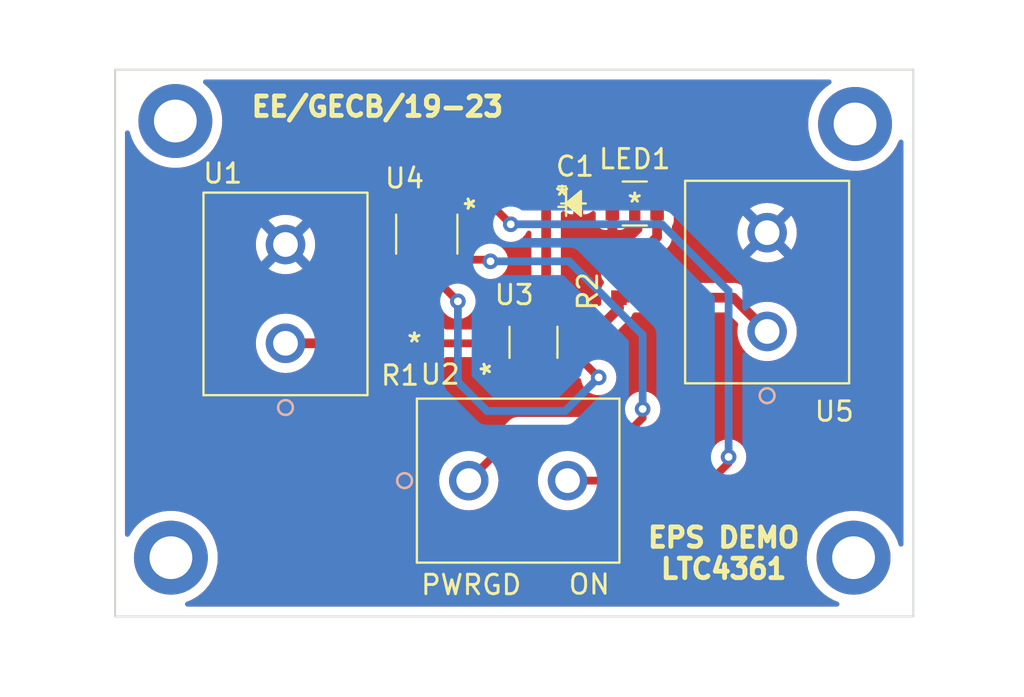
<source format=kicad_pcb>
(kicad_pcb (version 20211014) (generator pcbnew)
  (layers (0 "F.Cu" signal) (31 "B.Cu" signal) (34 "B.Paste" user) (35 "F.Paste" user) (36 "B.SilkS" user "B.Silkscreen") (37 "F.SilkS" user "F.Silkscreen") (38 "B.Mask" user) (39 "F.Mask" user) (44 "Edge.Cuts" user))
  (net 0 "")
  (net 1 "GND")
  (net 2 "Net-(C1-Pad2)")
  (net 3 "Net-(LED1-Pad2)")
  (net 4 "VCC")
  (net 5 "Net-(R1-Pad2)")
  (net 6 "Net-(U2-Pad1)")
  (net 7 "Net-(U4-Pad1)")
  (net 8 "Net-(U3-Pad3)")
  (footprint "myfootprints:CL10A106MP8NNNC" (layer "F.Cu") (at 138.938 83.566 180)
    (fp_text reference "C1" (at -0.6604 1.5494) (layer "F.SilkS"))
    (fp_text value "CL10A106MP8NNNC" hide)
    (fp_text user "*" (at 0 0) (layer "F.SilkS"))
    (fp_line (start -0.19245 0.527) (end 0.19245 0.527) (layer "F.SilkS") (width 0.12))
    (fp_line (start 0.19245 -0.527) (end -0.19245 -0.527) (layer "F.SilkS") (width 0.12))
    (pad "1" smd rect (at -0.8278 0 180) (size 0.6556 0.8) (layers "F.Cu" "F.Paste" "F.Mask") (net 1 "GND"))
    (pad "2" smd rect (at 0.8278 0 180) (size 0.6556 0.8) (layers "F.Cu" "F.Paste" "F.Mask") (net 2 "Net-(C1-Pad2)"))
  )
  (footprint "MountingHole:MountingHole_2.2mm_M2_DIN965_Pad" (layer "F.Cu") (at 119.0498 79.6798)
    (fp_text reference "REF**" hide)
    (fp_text value "MountingHole_2.2mm_M2_DIN965_Pad" hide)
    (pad "1" thru_hole circle (at 0 0) (size 3.8 3.8) (drill 2.2) (layers *.Cu *.Mask))
  )
  (footprint "myfootprints:282837-2" (layer "F.Cu") (at 124.714 91.1098 90)
    (fp_text reference "U1" (at 8.7376 -3.2258) (layer "F.SilkS"))
    (fp_text value "282837-2" hide)
    (fp_text user "*" (at 0 0 90) (layer "F.SilkS"))
    (fp_circle (center -3.302 0) (end -2.921 0) (layer "B.SilkS") (width 0.12) (fill none))
    (fp_line (start 7.747 4.2164) (end 7.747 -4.2164) (layer "F.SilkS") (width 0.12))
    (fp_line (start 7.747 -4.2164) (end -2.667 -4.2164) (layer "F.SilkS") (width 0.12))
    (fp_line (start -2.667 -4.2164) (end -2.667 4.2164) (layer "F.SilkS") (width 0.12))
    (fp_line (start -2.667 4.2164) (end 7.747 4.2164) (layer "F.SilkS") (width 0.12))
    (fp_circle (center -3.302 0) (end -2.921 0) (layer "F.SilkS") (width 0.12) (fill none))
    (pad "1" thru_hole circle (at 0 0 90) (size 2.032 2.032) (drill 1.27) (layers *.Cu *.Mask) (net 4 "VCC"))
    (pad "2" thru_hole circle (at 5.08 0 90) (size 2.032 2.032) (drill 1.27) (layers *.Cu *.Mask) (net 1 "GND"))
  )
  (footprint "myfootprints:282837-2" (layer "F.Cu") (at 134.1374 98.171)
    (fp_text reference "U2" (at -1.4732 -5.461) (layer "F.SilkS"))
    (fp_text value "282837-2" hide)
    (fp_text user "*" (at 0 0) (layer "F.SilkS"))
    (fp_circle (center -3.302 0) (end -2.921 0) (layer "B.SilkS") (width 0.12) (fill none))
    (fp_line (start -2.667 -4.2164) (end -2.667 4.2164) (layer "F.SilkS") (width 0.12))
    (fp_line (start 7.747 4.2164) (end 7.747 -4.2164) (layer "F.SilkS") (width 0.12))
    (fp_line (start -2.667 4.2164) (end 7.747 4.2164) (layer "F.SilkS") (width 0.12))
    (fp_line (start 7.747 -4.2164) (end -2.667 -4.2164) (layer "F.SilkS") (width 0.12))
    (fp_circle (center -3.302 0) (end -2.921 0) (layer "F.SilkS") (width 0.12) (fill none))
    (pad "1" thru_hole circle (at 0 0) (size 2.032 2.032) (drill 1.27) (layers *.Cu *.Mask) (net 6 "Net-(U2-Pad1)"))
    (pad "2" thru_hole circle (at 5.08 0) (size 2.032 2.032) (drill 1.27) (layers *.Cu *.Mask) (net 7 "Net-(U4-Pad1)"))
  )
  (footprint "myfootprints:WSL0603R0510FEA" (layer "F.Cu") (at 131.3434 91.1098)
    (fp_text reference "R1" (at -0.7366 1.651) (layer "F.SilkS"))
    (fp_text value "0.025" hide)
    (fp_text user "*" (at 0 0) (layer "F.SilkS"))
    (pad "1" smd rect (at -0.6731 0) (size 0.8382 1.016) (layers "F.Cu" "F.Paste" "F.Mask") (net 4 "VCC"))
    (pad "2" smd rect (at 0.6731 0) (size 0.8382 1.016) (layers "F.Cu" "F.Paste" "F.Mask") (net 5 "Net-(R1-Pad2)"))
  )
  (footprint "myfootprints:LTC4361HTS8-2-TRMPBF" (layer "F.Cu") (at 131.9784 85.4964 -90)
    (fp_text reference "U4" (at -2.8702 1.143 180) (layer "F.SilkS"))
    (fp_text value "LTC4361HTS8-2-TRMPBF" hide)
    (fp_text user "*" (at -1.56845 -2.5244 90) (layer "F.SilkS"))
    (fp_text user "*" (at -1.56845 -2.5244 90) (layer "F.SilkS"))
    (fp_line (start 1.0033 -1.5748) (end -1.0033 -1.5748) (layer "F.SilkS") (width 0.12))
    (fp_line (start -1.0033 1.5748) (end 1.0033 1.5748) (layer "F.SilkS") (width 0.12))
    (pad "1" smd rect (at -1.31445 -0.974999 270) (size 0.8763 0.4064) (layers "F.Cu" "F.Paste" "F.Mask") (net 7 "Net-(U4-Pad1)"))
    (pad "2" smd rect (at -1.31445 -0.325001 270) (size 0.8763 0.4064) (layers "F.Cu" "F.Paste" "F.Mask") (net 2 "Net-(C1-Pad2)"))
    (pad "3" smd rect (at -1.31445 0.325001 270) (size 0.8763 0.4064) (layers "F.Cu" "F.Paste" "F.Mask"))
    (pad "4" smd rect (at -1.31445 0.974999 270) (size 0.8763 0.4064) (layers "F.Cu" "F.Paste" "F.Mask") (net 1 "GND"))
    (pad "5" smd rect (at 1.31445 0.974999 270) (size 0.8763 0.4064) (layers "F.Cu" "F.Paste" "F.Mask") (net 4 "VCC"))
    (pad "6" smd rect (at 1.31445 0.325001 270) (size 0.8763 0.4064) (layers "F.Cu" "F.Paste" "F.Mask") (net 5 "Net-(R1-Pad2)"))
    (pad "7" smd rect (at 1.31445 -0.325001 270) (size 0.8763 0.4064) (layers "F.Cu" "F.Paste" "F.Mask") (net 8 "Net-(U3-Pad3)"))
    (pad "8" smd rect (at 1.31445 -0.974999 270) (size 0.8763 0.4064) (layers "F.Cu" "F.Paste" "F.Mask") (net 6 "Net-(U2-Pad1)"))
  )
  (footprint "MountingHole:MountingHole_2.2mm_M2_DIN965_Pad" (layer "F.Cu") (at 153.924 102.1334)
    (fp_text reference "REF**" hide)
    (fp_text value "MountingHole_2.2mm_M2_DIN965_Pad" hide)
    (pad "1" thru_hole circle (at 0 0) (size 3.8 3.8) (drill 2.2) (layers *.Cu *.Mask))
  )
  (footprint "myfootprints:CRCW0603510RJNEA" (layer "F.Cu") (at 141.859 87.9856 90)
    (fp_text reference "R2" (at -0.447599 -1.6002 90) (layer "F.SilkS"))
    (fp_text value "CRCW0603510RJNEA" hide)
    (pad "1" smd rect (at -0.777799 0 90) (size 0.755599 0.799998) (layers "F.Cu" "F.Paste" "F.Mask") (net 2 "Net-(C1-Pad2)"))
    (pad "2" smd rect (at 0.777799 0 90) (size 0.755599 0.799998) (layers "F.Cu" "F.Paste" "F.Mask") (net 3 "Net-(LED1-Pad2)"))
  )
  (footprint "myfootprints:597-3301-507F" (layer "F.Cu") (at 142.6718 83.9216)
    (fp_text reference "LED1" (at 0 -2.286) (layer "F.SilkS"))
    (fp_text value "597-3301-507F" hide)
    (fp_text user "*" (at 0 0) (layer "F.SilkS"))
    (fp_line (start -3.5306 0) (end -2.7686 -0.127) (layer "F.SilkS") (width 0.12))
    (fp_line (start -3.5306 0) (end -2.7686 0.127) (layer "F.SilkS") (width 0.12))
    (fp_line (start -3.5306 0) (end -2.7686 0.254) (layer "F.SilkS") (width 0.12))
    (fp_line (start -3.5306 0) (end -2.7686 -0.381) (layer "F.SilkS") (width 0.12))
    (fp_line (start -3.5306 0) (end -2.7686 0.508) (layer "F.SilkS") (width 0.12))
    (fp_line (start -0.619403 1.1303) (end 0.619403 1.1303) (layer "F.SilkS") (width 0.12))
    (fp_line (start -2.5146 0) (end -3.7846 0) (layer "F.SilkS") (width 0.12))
    (fp_line (start 0.619403 -1.1303) (end -0.619403 -1.1303) (layer "F.SilkS") (width 0.12))
    (fp_line (start -2.7686 -0.635) (end -2.7686 0.635) (layer "F.SilkS") (width 0.12))
    (fp_line (start -3.5306 0) (end -2.7686 0.635) (layer "F.SilkS") (width 0.12))
    (fp_line (start -3.5306 0) (end -2.7686 -0.508) (layer "F.SilkS") (width 0.12))
    (fp_line (start -3.5306 0) (end -2.7686 -0.254) (layer "F.SilkS") (width 0.12))
    (fp_line (start -3.5306 -0.635) (end -3.5306 0.635) (layer "F.SilkS") (width 0.12))
    (fp_line (start -3.5306 0) (end -2.7686 0.381) (layer "F.SilkS") (width 0.12))
    (fp_line (start -3.5306 0) (end -2.7686 -0.635) (layer "F.SilkS") (width 0.12))
    (pad "1" smd rect (at -1.14935 0) (size 0.6985 1.7018) (layers "F.Cu" "F.Paste" "F.Mask") (net 1 "GND"))
    (pad "2" smd rect (at 1.14935 0) (size 0.6985 1.7018) (layers "F.Cu" "F.Paste" "F.Mask") (net 3 "Net-(LED1-Pad2)"))
  )
  (footprint "myfootprints:282837-2" (layer "F.Cu") (at 149.479 90.5002 90)
    (fp_text reference "U5" (at -4.1148 3.4544) (layer "F.SilkS"))
    (fp_text value "282837-2" hide)
    (fp_text user "*" (at 0 0 90) (layer "F.SilkS"))
    (fp_circle (center -3.302 0) (end -2.921 0) (layer "B.SilkS") (width 0.12) (fill none))
    (fp_line (start -2.667 4.2164) (end 7.747 4.2164) (layer "F.SilkS") (width 0.12))
    (fp_line (start -2.667 -4.2164) (end -2.667 4.2164) (layer "F.SilkS") (width 0.12))
    (fp_line (start 7.747 -4.2164) (end -2.667 -4.2164) (layer "F.SilkS") (width 0.12))
    (fp_line (start 7.747 4.2164) (end 7.747 -4.2164) (layer "F.SilkS") (width 0.12))
    (fp_circle (center -3.302 0) (end -2.921 0) (layer "F.SilkS") (width 0.12) (fill none))
    (pad "1" thru_hole circle (at 0 0 90) (size 2.032 2.032) (drill 1.27) (layers *.Cu *.Mask) (net 2 "Net-(C1-Pad2)"))
    (pad "2" thru_hole circle (at 5.08 0 90) (size 2.032 2.032) (drill 1.27) (layers *.Cu *.Mask) (net 1 "GND"))
  )
  (footprint "MountingHole:MountingHole_2.2mm_M2_DIN965_Pad" (layer "F.Cu") (at 118.8212 102.1334)
    (fp_text reference "REF**" hide)
    (fp_text value "MountingHole_2.2mm_M2_DIN965_Pad" hide)
    (pad "1" thru_hole circle (at 0 0) (size 3.8 3.8) (drill 2.2) (layers *.Cu *.Mask))
  )
  (footprint "MountingHole:MountingHole_2.2mm_M2_DIN965_Pad" (layer "F.Cu") (at 154.0002 79.8322)
    (fp_text reference "REF**" hide)
    (fp_text value "MountingHole_2.2mm_M2_DIN965_Pad" hide)
    (pad "1" thru_hole circle (at 0 0) (size 3.8 3.8) (drill 2.2) (layers *.Cu *.Mask))
  )
  (footprint "myfootprints:SI1470DH-T1-E3" (layer "F.Cu") (at 137.4648 91.059 90)
    (fp_text reference "U3" (at 2.4384 -0.9906 180) (layer "F.SilkS"))
    (fp_text value "SI1470DH-T1-E3" hide)
    (fp_text user "*" (at -1.36525 -2.1486 90) (layer "F.SilkS"))
    (fp_text user "*" (at -1.36525 -2.1486 90) (layer "F.SilkS"))
    (fp_line (start -0.8001 1.2319) (end 0.8001 1.2319) (layer "F.SilkS") (width 0.12))
    (fp_line (start 0.8001 -1.2319) (end -0.8001 -1.2319) (layer "F.SilkS") (width 0.12))
    (pad "1" smd rect (at -1.11125 -0.649999 90) (size 0.8763 0.3556) (layers "F.Cu" "F.Paste" "F.Mask") (net 5 "Net-(R1-Pad2)"))
    (pad "2" smd rect (at -1.11125 0 90) (size 0.8763 0.3556) (layers "F.Cu" "F.Paste" "F.Mask") (net 5 "Net-(R1-Pad2)"))
    (pad "3" smd rect (at -1.11125 0.649999 90) (size 0.8763 0.3556) (layers "F.Cu" "F.Paste" "F.Mask") (net 8 "Net-(U3-Pad3)"))
    (pad "4" smd rect (at 1.11125 0.649999 90) (size 0.8763 0.3556) (layers "F.Cu" "F.Paste" "F.Mask") (net 2 "Net-(C1-Pad2)"))
    (pad "5" smd rect (at 1.11125 0 90) (size 0.8763 0.3556) (layers "F.Cu" "F.Paste" "F.Mask") (net 5 "Net-(R1-Pad2)"))
    (pad "6" smd rect (at 1.11125 -0.649999 90) (size 0.8763 0.3556) (layers "F.Cu" "F.Paste" "F.Mask") (net 5 "Net-(R1-Pad2)"))
  )
  (gr_rect (start 115.951 77.0382) (end 156.9974 105.156) (layer "Edge.Cuts") (width 0.1) (fill none))
  (gr_text "PWRGD" (at 134.2644 103.5304) (layer "F.SilkS") (effects (font (size 1 1))))
  (gr_text "ON" (at 140.335 103.505) (layer "F.SilkS") (effects (font (size 1 1))))
  (gr_text "EPS DEMO\nLTC4361" (at 147.2438 101.9048) (layer "F.SilkS") (effects (font (size 1 1) (thickness 0.25))))
  (gr_text "EE/GECB/19-23" (at 129.4384 78.9432) (layer "F.SilkS") (effects (font (size 1 1) (thickness 0.25))))
  (segment (start 138.114799 83.570599) (end 138.1102 83.566) (width 0.5) (layer "F.Cu") (net 2))
  (segment (start 141.21765 89.94775) (end 138.114799 89.94775) (width 0.5) (layer "F.Cu") (net 2))
  (segment (start 133.1468 81.4832) (end 137.668 81.4832) (width 0.4) (layer "F.Cu") (net 2))
  (segment (start 138.1102 81.9254) (end 138.1102 83.566) (width 0.4) (layer "F.Cu") (net 2))
  (segment (start 132.303401 82.326599) (end 133.1468 81.4832) (width 0.4) (layer "F.Cu") (net 2))
  (segment (start 138.114799 89.94775) (end 138.114799 83.570599) (width 0.5) (layer "F.Cu") (net 2))
  (segment (start 141.859 89.3064) (end 141.21765 89.94775) (width 0.5) (layer "F.Cu") (net 2))
  (segment (start 132.303401 84.18195) (end 132.303401 82.326599) (width 0.4) (layer "F.Cu") (net 2))
  (segment (start 137.668 81.4832) (end 138.1102 81.9254) (width 0.4) (layer "F.Cu") (net 2))
  (segment (start 141.859 88.763399) (end 141.859 89.3064) (width 0.5) (layer "F.Cu") (net 2))
  (segment (start 147.742199 88.763399) (end 149.479 90.5002) (width 0.5) (layer "F.Cu") (net 2))
  (segment (start 141.859 88.763399) (end 147.742199 88.763399) (width 0.5) (layer "F.Cu") (net 2))
  (segment (start 141.859 87.207801) (end 142.255799 87.207801) (width 0.5) (layer "F.Cu") (net 3))
  (segment (start 142.255799 87.207801) (end 143.82115 85.64245) (width 0.5) (layer "F.Cu") (net 3))
  (segment (start 143.82115 85.64245) (end 143.82115 83.9216) (width 0.5) (layer "F.Cu") (net 3))
  (segment (start 130.6703 91.1098) (end 124.714 91.1098) (width 0.5) (layer "F.Cu") (net 4))
  (segment (start 131.003401 90.776699) (end 130.6703 91.1098) (width 0.4) (layer "F.Cu") (net 4))
  (segment (start 131.003401 86.81085) (end 131.003401 90.776699) (width 0.4) (layer "F.Cu") (net 4))
  (segment (start 131.653399 90.746699) (end 132.0165 91.1098) (width 0.4) (layer "F.Cu") (net 5))
  (segment (start 137.4648 89.94775) (end 136.814801 89.94775) (width 0.4) (layer "F.Cu") (net 5))
  (segment (start 135.652751 91.1098) (end 135.754351 91.1098) (width 0.4) (layer "F.Cu") (net 5))
  (segment (start 135.754351 91.1098) (end 136.814801 92.17025) (width 0.4) (layer "F.Cu") (net 5))
  (segment (start 136.814801 92.17025) (end 137.4648 92.17025) (width 0.4) (layer "F.Cu") (net 5))
  (segment (start 135.652751 91.1098) (end 136.814801 89.94775) (width 0.4) (layer "F.Cu") (net 5))
  (segment (start 131.653399 86.81085) (end 131.653399 90.746699) (width 0.4) (layer "F.Cu") (net 5))
  (segment (start 132.0165 91.1098) (end 135.652751 91.1098) (width 0.4) (layer "F.Cu") (net 5))
  (segment (start 143.0782 94.9452) (end 142.4178 95.6056) (width 0.4) (layer "F.Cu") (net 6))
  (segment (start 136.7028 95.6056) (end 134.1374 98.171) (width 0.4) (layer "F.Cu") (net 6))
  (segment (start 132.953399 86.81085) (end 135.17245 86.81085) (width 0.4) (layer "F.Cu") (net 6))
  (segment (start 143.0782 94.488) (end 143.0782 94.9452) (width 0.4) (layer "F.Cu") (net 6))
  (segment (start 135.17245 86.81085) (end 135.255 86.8934) (width 0.4) (layer "F.Cu") (net 6))
  (segment (start 142.4178 95.6056) (end 136.7028 95.6056) (width 0.4) (layer "F.Cu") (net 6))
  (via (at 143.0782 94.488) (size 0.8) (drill 0.4) (layers "F.Cu" "B.Cu") (net 6))
  (via (at 135.255 86.8934) (size 0.8) (drill 0.4) (layers "F.Cu" "B.Cu") (net 6))
  (segment (start 139.2936 86.8934) (end 143.0274 90.6272) (width 0.4) (layer "B.Cu") (net 6))
  (segment (start 143.0782 90.678) (end 143.0782 94.488) (width 0.4) (layer "B.Cu") (net 6))
  (segment (start 143.0274 90.6272) (end 143.0782 90.678) (width 0.4) (layer "B.Cu") (net 6))
  (segment (start 135.255 86.8934) (end 139.2936 86.8934) (width 0.4) (layer "B.Cu") (net 6))
  (segment (start 135.48995 84.18195) (end 136.2964 84.9884) (width 0.4) (layer "F.Cu") (net 7))
  (segment (start 146.5834 98.171) (end 139.2174 98.171) (width 0.4) (layer "F.Cu") (net 7))
  (segment (start 132.953399 84.18195) (end 135.48995 84.18195) (width 0.4) (layer "F.Cu") (net 7))
  (segment (start 147.4978 97.2566) (end 146.5834 98.171) (width 0.4) (layer "F.Cu") (net 7))
  (segment (start 147.4978 96.9518) (end 147.4978 97.2566) (width 0.4) (layer "F.Cu") (net 7))
  (via (at 147.4978 96.9518) (size 0.8) (drill 0.4) (layers "F.Cu" "B.Cu") (net 7))
  (via (at 136.2964 84.9884) (size 0.8) (drill 0.4) (layers "F.Cu" "B.Cu") (net 7))
  (segment (start 147.4978 88.4174) (end 147.4978 96.9518) (width 0.4) (layer "B.Cu") (net 7))
  (segment (start 144.0688 84.9884) (end 146.812 87.7316) (width 0.4) (layer "B.Cu") (net 7))
  (segment (start 136.2964 84.9884) (end 144.0688 84.9884) (width 0.4) (layer "B.Cu") (net 7))
  (segment (start 146.812 87.7316) (end 147.4978 88.4174) (width 0.4) (layer "B.Cu") (net 7))
  (segment (start 138.114799 92.17025) (end 140.12545 92.17025) (width 0.4) (layer "F.Cu") (net 8))
  (segment (start 140.12545 92.17025) (end 140.8176 92.8624) (width 0.4) (layer "F.Cu") (net 8))
  (segment (start 132.303401 87.675601) (end 132.303401 86.81085) (width 0.4) (layer "F.Cu") (net 8))
  (segment (start 133.5786 88.9508) (end 132.303401 87.675601) (width 0.4) (layer "F.Cu") (net 8))
  (via (at 133.5786 88.9508) (size 0.8) (drill 0.4) (layers "F.Cu" "B.Cu") (net 8))
  (via (at 140.8176 92.8624) (size 0.8) (drill 0.4) (layers "F.Cu" "B.Cu") (net 8))
  (segment (start 135.0772 94.5896) (end 133.5786 93.091) (width 0.4) (layer "B.Cu") (net 8))
  (segment (start 133.5786 93.091) (end 133.5786 88.9508) (width 0.4) (layer "B.Cu") (net 8))
  (segment (start 140.8176 92.8624) (end 139.0904 94.5896) (width 0.4) (layer "B.Cu") (net 8))
  (segment (start 139.0904 94.5896) (end 135.0772 94.5896) (width 0.4) (layer "B.Cu") (net 8))
  (zone (net 1) (net_name "GND") (layer "F.Cu") (connect_pads (clearance 0.508)) (min_thickness 0.254) (fill yes (thermal_gap 0.508) (thermal_bridge_width 0.508) (smoothing chamfer) (radius 0.7))
    (polygon (pts (xy 162.7124 106.7054) (xy 111.7854 106.7816) (xy 111.6584 73.5076) (xy 111.7854 73.4568) (xy 162.7124 73.4568)))
  )
  (zone (net 1) (net_name "GND") (layer "B.Cu") (connect_pads (clearance 0.508)) (min_thickness 0.254) (fill yes (thermal_gap 0.508) (thermal_bridge_width 0.508) (smoothing chamfer) (radius 0.7))
    (polygon (pts (xy 162.5854 106.7816) (xy 111.6584 106.7054) (xy 111.7346 73.6854) (xy 111.6584 73.6346) (xy 162.6616 73.5076)))
  )
)
</source>
